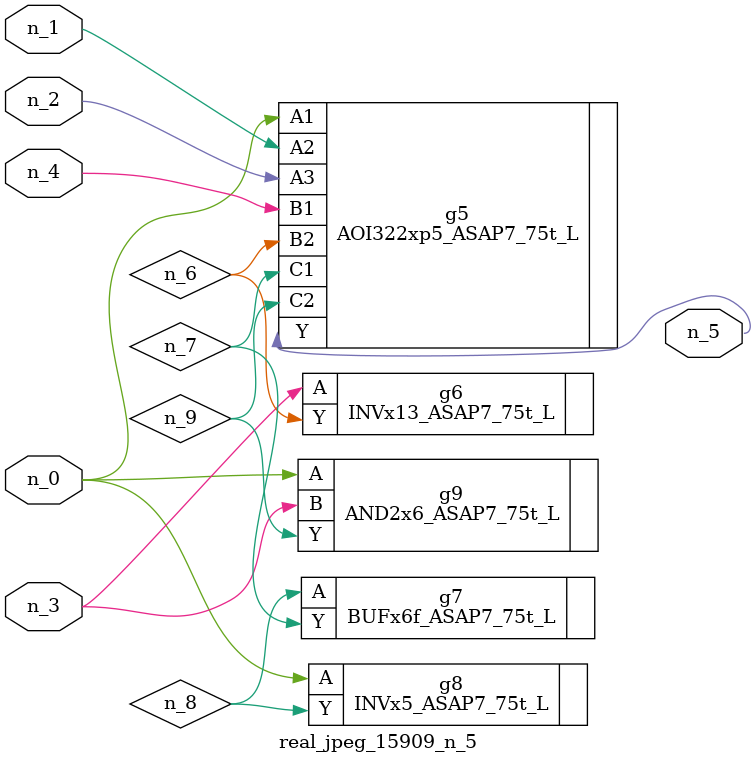
<source format=v>
module real_jpeg_15909_n_5 (n_4, n_0, n_1, n_2, n_3, n_5);

input n_4;
input n_0;
input n_1;
input n_2;
input n_3;

output n_5;

wire n_8;
wire n_6;
wire n_7;
wire n_9;

AOI322xp5_ASAP7_75t_L g5 ( 
.A1(n_0),
.A2(n_1),
.A3(n_2),
.B1(n_4),
.B2(n_6),
.C1(n_7),
.C2(n_9),
.Y(n_5)
);

INVx5_ASAP7_75t_L g8 ( 
.A(n_0),
.Y(n_8)
);

AND2x6_ASAP7_75t_L g9 ( 
.A(n_0),
.B(n_3),
.Y(n_9)
);

INVx13_ASAP7_75t_L g6 ( 
.A(n_3),
.Y(n_6)
);

BUFx6f_ASAP7_75t_L g7 ( 
.A(n_8),
.Y(n_7)
);


endmodule
</source>
